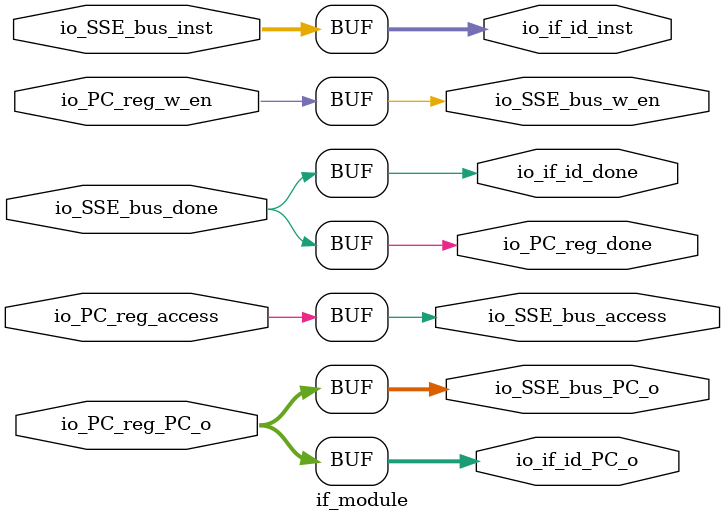
<source format=v>

`timescale 1ns/1ps

module if_module (
  input               io_PC_reg_access,
  input               io_PC_reg_w_en,
  input      [31:0]   io_PC_reg_PC_o,
  output              io_PC_reg_done,
  output              io_if_id_done,
  output     [31:0]   io_if_id_PC_o,
  output     [31:0]   io_if_id_inst,
  input      [31:0]   io_SSE_bus_inst,
  input               io_SSE_bus_done,
  output              io_SSE_bus_access,
  output              io_SSE_bus_w_en,
  output     [31:0]   io_SSE_bus_PC_o
);


  assign io_SSE_bus_access = io_PC_reg_access;
  assign io_SSE_bus_PC_o = io_PC_reg_PC_o;
  assign io_SSE_bus_w_en = io_PC_reg_w_en;
  assign io_PC_reg_done = io_SSE_bus_done;
  assign io_if_id_done = io_SSE_bus_done;
  assign io_if_id_inst = io_SSE_bus_inst;
  assign io_if_id_PC_o = io_PC_reg_PC_o;

endmodule

</source>
